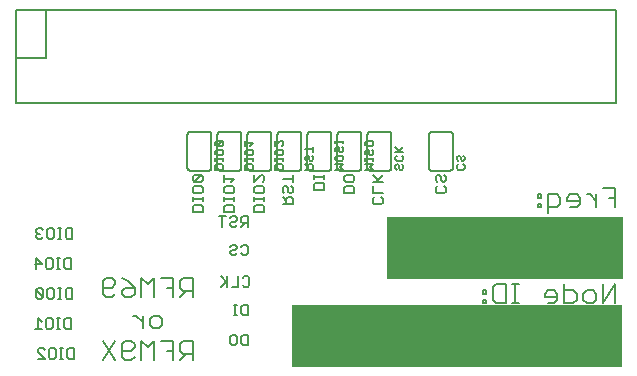
<source format=gbr>
G04 EAGLE Gerber RS-274X export*
G75*
%MOMM*%
%FSLAX34Y34*%
%LPD*%
%INSilkscreen Bottom*%
%IPPOS*%
%AMOC8*
5,1,8,0,0,1.08239X$1,22.5*%
G01*
%ADD10C,0.152400*%
%ADD11C,0.203200*%
%ADD12R,19.939000X5.207000*%
%ADD13R,27.940000X5.207000*%


D10*
X267208Y120142D02*
X267208Y128785D01*
X262886Y128785D01*
X261446Y127345D01*
X261446Y124464D01*
X262886Y123023D01*
X267208Y123023D01*
X264327Y123023D02*
X261446Y120142D01*
X253531Y128785D02*
X252091Y127345D01*
X253531Y128785D02*
X256412Y128785D01*
X257853Y127345D01*
X257853Y125904D01*
X256412Y124464D01*
X253531Y124464D01*
X252091Y123023D01*
X252091Y121583D01*
X253531Y120142D01*
X256412Y120142D01*
X257853Y121583D01*
X245617Y120142D02*
X245617Y128785D01*
X248498Y128785D02*
X242735Y128785D01*
X262886Y104655D02*
X261446Y103215D01*
X262886Y104655D02*
X265767Y104655D01*
X267208Y103215D01*
X267208Y97453D01*
X265767Y96012D01*
X262886Y96012D01*
X261446Y97453D01*
X253531Y104655D02*
X252091Y103215D01*
X253531Y104655D02*
X256412Y104655D01*
X257853Y103215D01*
X257853Y101774D01*
X256412Y100334D01*
X253531Y100334D01*
X252091Y98893D01*
X252091Y97453D01*
X253531Y96012D01*
X256412Y96012D01*
X257853Y97453D01*
X264156Y77985D02*
X262716Y76545D01*
X264156Y77985D02*
X267037Y77985D01*
X268478Y76545D01*
X268478Y70783D01*
X267037Y69342D01*
X264156Y69342D01*
X262716Y70783D01*
X259123Y69342D02*
X259123Y77985D01*
X259123Y69342D02*
X253361Y69342D01*
X249768Y69342D02*
X249768Y77985D01*
X249768Y72223D02*
X244005Y77985D01*
X248327Y73664D02*
X244005Y69342D01*
X267208Y53855D02*
X267208Y45212D01*
X262886Y45212D01*
X261446Y46653D01*
X261446Y52415D01*
X262886Y53855D01*
X267208Y53855D01*
X257853Y45212D02*
X254972Y45212D01*
X256412Y45212D02*
X256412Y53855D01*
X254972Y53855D02*
X257853Y53855D01*
X267208Y28455D02*
X267208Y19812D01*
X262886Y19812D01*
X261446Y21253D01*
X261446Y27015D01*
X262886Y28455D01*
X267208Y28455D01*
X256412Y28455D02*
X253531Y28455D01*
X256412Y28455D02*
X257853Y27015D01*
X257853Y21253D01*
X256412Y19812D01*
X253531Y19812D01*
X252091Y21253D01*
X252091Y27015D01*
X253531Y28455D01*
X119888Y17025D02*
X119888Y8382D01*
X115566Y8382D01*
X114126Y9823D01*
X114126Y15585D01*
X115566Y17025D01*
X119888Y17025D01*
X110533Y8382D02*
X107652Y8382D01*
X109092Y8382D02*
X109092Y17025D01*
X107652Y17025D02*
X110533Y17025D01*
X102855Y17025D02*
X99974Y17025D01*
X102855Y17025D02*
X104296Y15585D01*
X104296Y9823D01*
X102855Y8382D01*
X99974Y8382D01*
X98534Y9823D01*
X98534Y15585D01*
X99974Y17025D01*
X94941Y8382D02*
X89179Y8382D01*
X94941Y8382D02*
X89179Y14144D01*
X89179Y15585D01*
X90619Y17025D01*
X93500Y17025D01*
X94941Y15585D01*
X117348Y33782D02*
X117348Y42425D01*
X117348Y33782D02*
X113026Y33782D01*
X111586Y35223D01*
X111586Y40985D01*
X113026Y42425D01*
X117348Y42425D01*
X107993Y33782D02*
X105112Y33782D01*
X106552Y33782D02*
X106552Y42425D01*
X105112Y42425D02*
X107993Y42425D01*
X100315Y42425D02*
X97434Y42425D01*
X100315Y42425D02*
X101756Y40985D01*
X101756Y35223D01*
X100315Y33782D01*
X97434Y33782D01*
X95994Y35223D01*
X95994Y40985D01*
X97434Y42425D01*
X92401Y39544D02*
X89520Y42425D01*
X89520Y33782D01*
X92401Y33782D02*
X86639Y33782D01*
X118618Y59182D02*
X118618Y67825D01*
X118618Y59182D02*
X114296Y59182D01*
X112856Y60623D01*
X112856Y66385D01*
X114296Y67825D01*
X118618Y67825D01*
X109263Y59182D02*
X106382Y59182D01*
X107822Y59182D02*
X107822Y67825D01*
X106382Y67825D02*
X109263Y67825D01*
X101585Y67825D02*
X98704Y67825D01*
X101585Y67825D02*
X103026Y66385D01*
X103026Y60623D01*
X101585Y59182D01*
X98704Y59182D01*
X97264Y60623D01*
X97264Y66385D01*
X98704Y67825D01*
X93671Y66385D02*
X93671Y60623D01*
X93671Y66385D02*
X92230Y67825D01*
X89349Y67825D01*
X87909Y66385D01*
X87909Y60623D01*
X89349Y59182D01*
X92230Y59182D01*
X93671Y60623D01*
X87909Y66385D01*
X118618Y109982D02*
X118618Y118625D01*
X118618Y109982D02*
X114296Y109982D01*
X112856Y111423D01*
X112856Y117185D01*
X114296Y118625D01*
X118618Y118625D01*
X109263Y109982D02*
X106382Y109982D01*
X107822Y109982D02*
X107822Y118625D01*
X106382Y118625D02*
X109263Y118625D01*
X101585Y118625D02*
X98704Y118625D01*
X101585Y118625D02*
X103026Y117185D01*
X103026Y111423D01*
X101585Y109982D01*
X98704Y109982D01*
X97264Y111423D01*
X97264Y117185D01*
X98704Y118625D01*
X93671Y117185D02*
X92230Y118625D01*
X89349Y118625D01*
X87909Y117185D01*
X87909Y115744D01*
X89349Y114304D01*
X90790Y114304D01*
X89349Y114304D02*
X87909Y112863D01*
X87909Y111423D01*
X89349Y109982D01*
X92230Y109982D01*
X93671Y111423D01*
X117348Y93225D02*
X117348Y84582D01*
X113026Y84582D01*
X111586Y86023D01*
X111586Y91785D01*
X113026Y93225D01*
X117348Y93225D01*
X107993Y84582D02*
X105112Y84582D01*
X106552Y84582D02*
X106552Y93225D01*
X105112Y93225D02*
X107993Y93225D01*
X100315Y93225D02*
X97434Y93225D01*
X100315Y93225D02*
X101756Y91785D01*
X101756Y86023D01*
X100315Y84582D01*
X97434Y84582D01*
X95994Y86023D01*
X95994Y91785D01*
X97434Y93225D01*
X88079Y93225D02*
X88079Y84582D01*
X92401Y88904D02*
X88079Y93225D01*
X86639Y88904D02*
X92401Y88904D01*
D11*
X220253Y76467D02*
X220253Y60706D01*
X220253Y76467D02*
X212372Y76467D01*
X209745Y73841D01*
X209745Y68587D01*
X212372Y65960D01*
X220253Y65960D01*
X214999Y65960D02*
X209745Y60706D01*
X203881Y60706D02*
X203881Y76467D01*
X193374Y76467D01*
X198628Y68587D02*
X203881Y68587D01*
X187510Y76467D02*
X187510Y60706D01*
X182256Y71214D02*
X187510Y76467D01*
X182256Y71214D02*
X177002Y76467D01*
X177002Y60706D01*
X165884Y73841D02*
X160631Y76467D01*
X165884Y73841D02*
X171138Y68587D01*
X171138Y63333D01*
X168511Y60706D01*
X163258Y60706D01*
X160631Y63333D01*
X160631Y65960D01*
X163258Y68587D01*
X171138Y68587D01*
X154767Y63333D02*
X152140Y60706D01*
X146886Y60706D01*
X144259Y63333D01*
X144259Y73841D01*
X146886Y76467D01*
X152140Y76467D01*
X154767Y73841D01*
X154767Y71214D01*
X152140Y68587D01*
X144259Y68587D01*
X186451Y34036D02*
X191704Y34036D01*
X186451Y34036D02*
X183824Y36663D01*
X183824Y41917D01*
X186451Y44544D01*
X191704Y44544D01*
X194331Y41917D01*
X194331Y36663D01*
X191704Y34036D01*
X177960Y34036D02*
X177960Y44544D01*
X177960Y39290D02*
X172706Y44544D01*
X170079Y44544D01*
X220253Y23127D02*
X220253Y7366D01*
X220253Y23127D02*
X212372Y23127D01*
X209745Y20501D01*
X209745Y15247D01*
X212372Y12620D01*
X220253Y12620D01*
X214999Y12620D02*
X209745Y7366D01*
X203881Y7366D02*
X203881Y23127D01*
X193374Y23127D01*
X198628Y15247D02*
X203881Y15247D01*
X187510Y23127D02*
X187510Y7366D01*
X182256Y17874D02*
X187510Y23127D01*
X182256Y17874D02*
X177002Y23127D01*
X177002Y7366D01*
X171138Y9993D02*
X168511Y7366D01*
X163258Y7366D01*
X160631Y9993D01*
X160631Y20501D01*
X163258Y23127D01*
X168511Y23127D01*
X171138Y20501D01*
X171138Y17874D01*
X168511Y15247D01*
X160631Y15247D01*
X154767Y23127D02*
X144259Y7366D01*
X154767Y7366D02*
X144259Y23127D01*
D10*
X380075Y144829D02*
X381515Y143388D01*
X381515Y140507D01*
X380075Y139066D01*
X374313Y139066D01*
X372872Y140507D01*
X372872Y143388D01*
X374313Y144829D01*
X372872Y148422D02*
X381515Y148422D01*
X372872Y148422D02*
X372872Y154184D01*
X372872Y157777D02*
X381515Y157777D01*
X375753Y157777D02*
X381515Y163539D01*
X377194Y159217D02*
X372872Y163539D01*
X433415Y154184D02*
X434855Y152743D01*
X434855Y149862D01*
X433415Y148422D01*
X427653Y148422D01*
X426212Y149862D01*
X426212Y152743D01*
X427653Y154184D01*
X434855Y162099D02*
X433415Y163539D01*
X434855Y162099D02*
X434855Y159217D01*
X433415Y157777D01*
X431974Y157777D01*
X430534Y159217D01*
X430534Y162099D01*
X429093Y163539D01*
X427653Y163539D01*
X426212Y162099D01*
X426212Y159217D01*
X427653Y157777D01*
X305315Y139066D02*
X296672Y139066D01*
X305315Y139066D02*
X305315Y143388D01*
X303875Y144829D01*
X300994Y144829D01*
X299553Y143388D01*
X299553Y139066D01*
X299553Y141948D02*
X296672Y144829D01*
X305315Y152743D02*
X303875Y154184D01*
X305315Y152743D02*
X305315Y149862D01*
X303875Y148422D01*
X302434Y148422D01*
X300994Y149862D01*
X300994Y152743D01*
X299553Y154184D01*
X298113Y154184D01*
X296672Y152743D01*
X296672Y149862D01*
X298113Y148422D01*
X296672Y160658D02*
X305315Y160658D01*
X305315Y157777D02*
X305315Y163539D01*
X348742Y148422D02*
X357385Y148422D01*
X348742Y148422D02*
X348742Y152743D01*
X350183Y154184D01*
X355945Y154184D01*
X357385Y152743D01*
X357385Y148422D01*
X357385Y159217D02*
X357385Y162099D01*
X357385Y159217D02*
X355945Y157777D01*
X350183Y157777D01*
X348742Y159217D01*
X348742Y162099D01*
X350183Y163539D01*
X355945Y163539D01*
X357385Y162099D01*
X331985Y151540D02*
X323342Y151540D01*
X323342Y155862D01*
X324783Y157302D01*
X330545Y157302D01*
X331985Y155862D01*
X331985Y151540D01*
X323342Y160895D02*
X323342Y163776D01*
X323342Y162336D02*
X331985Y162336D01*
X331985Y163776D02*
X331985Y160895D01*
X255785Y132830D02*
X247142Y132830D01*
X247142Y137151D01*
X248583Y138592D01*
X254345Y138592D01*
X255785Y137151D01*
X255785Y132830D01*
X247142Y142185D02*
X247142Y145066D01*
X247142Y143625D02*
X255785Y143625D01*
X255785Y142185D02*
X255785Y145066D01*
X255785Y149862D02*
X255785Y152743D01*
X255785Y149862D02*
X254345Y148422D01*
X248583Y148422D01*
X247142Y149862D01*
X247142Y152743D01*
X248583Y154184D01*
X254345Y154184D01*
X255785Y152743D01*
X252904Y157777D02*
X255785Y160658D01*
X247142Y160658D01*
X247142Y157777D02*
X247142Y163539D01*
X272542Y132830D02*
X281185Y132830D01*
X272542Y132830D02*
X272542Y137151D01*
X273983Y138592D01*
X279745Y138592D01*
X281185Y137151D01*
X281185Y132830D01*
X272542Y142185D02*
X272542Y145066D01*
X272542Y143625D02*
X281185Y143625D01*
X281185Y142185D02*
X281185Y145066D01*
X281185Y149862D02*
X281185Y152743D01*
X281185Y149862D02*
X279745Y148422D01*
X273983Y148422D01*
X272542Y149862D01*
X272542Y152743D01*
X273983Y154184D01*
X279745Y154184D01*
X281185Y152743D01*
X272542Y157777D02*
X272542Y163539D01*
X272542Y157777D02*
X278304Y163539D01*
X279745Y163539D01*
X281185Y162098D01*
X281185Y159217D01*
X279745Y157777D01*
X229115Y132830D02*
X220472Y132830D01*
X220472Y137151D01*
X221913Y138592D01*
X227675Y138592D01*
X229115Y137151D01*
X229115Y132830D01*
X220472Y142185D02*
X220472Y145066D01*
X220472Y143625D02*
X229115Y143625D01*
X229115Y142185D02*
X229115Y145066D01*
X229115Y149862D02*
X229115Y152743D01*
X229115Y149862D02*
X227675Y148422D01*
X221913Y148422D01*
X220472Y149862D01*
X220472Y152743D01*
X221913Y154184D01*
X227675Y154184D01*
X229115Y152743D01*
X227675Y157777D02*
X221913Y157777D01*
X227675Y157777D02*
X229115Y159217D01*
X229115Y162098D01*
X227675Y163539D01*
X221913Y163539D01*
X220472Y162098D01*
X220472Y159217D01*
X221913Y157777D01*
X227675Y163539D01*
D11*
X578104Y152667D02*
X578104Y136906D01*
X578104Y152667D02*
X567596Y152667D01*
X572850Y144787D02*
X578104Y144787D01*
X561732Y147414D02*
X561732Y136906D01*
X561732Y142160D02*
X556479Y147414D01*
X553852Y147414D01*
X545463Y136906D02*
X540209Y136906D01*
X545463Y136906D02*
X548089Y139533D01*
X548089Y144787D01*
X545463Y147414D01*
X540209Y147414D01*
X537582Y144787D01*
X537582Y142160D01*
X548089Y142160D01*
X521210Y147414D02*
X521210Y131652D01*
X521210Y147414D02*
X529091Y147414D01*
X531718Y144787D01*
X531718Y139533D01*
X529091Y136906D01*
X521210Y136906D01*
X515346Y147414D02*
X512719Y147414D01*
X512719Y144787D01*
X515346Y144787D01*
X515346Y147414D01*
X515346Y139533D02*
X512719Y139533D01*
X512719Y136906D01*
X515346Y136906D01*
X515346Y139533D01*
X578104Y71387D02*
X578104Y55626D01*
X567596Y55626D02*
X578104Y71387D01*
X567596Y71387D02*
X567596Y55626D01*
X559106Y55626D02*
X553852Y55626D01*
X551225Y58253D01*
X551225Y63507D01*
X553852Y66134D01*
X559106Y66134D01*
X561732Y63507D01*
X561732Y58253D01*
X559106Y55626D01*
X534853Y55626D02*
X534853Y71387D01*
X534853Y55626D02*
X542734Y55626D01*
X545361Y58253D01*
X545361Y63507D01*
X542734Y66134D01*
X534853Y66134D01*
X526362Y55626D02*
X521109Y55626D01*
X526362Y55626D02*
X528989Y58253D01*
X528989Y63507D01*
X526362Y66134D01*
X521109Y66134D01*
X518482Y63507D01*
X518482Y60880D01*
X528989Y60880D01*
X496246Y55626D02*
X490992Y55626D01*
X493619Y55626D02*
X493619Y71387D01*
X496246Y71387D02*
X490992Y71387D01*
X485332Y71387D02*
X485332Y55626D01*
X477451Y55626D01*
X474824Y58253D01*
X474824Y68761D01*
X477451Y71387D01*
X485332Y71387D01*
X468960Y66134D02*
X466333Y66134D01*
X466333Y63507D01*
X468960Y63507D01*
X468960Y66134D01*
X468960Y58253D02*
X466333Y58253D01*
X466333Y55626D01*
X468960Y55626D01*
X468960Y58253D01*
D12*
X484505Y102235D03*
D13*
X444500Y27305D03*
D11*
X71120Y262890D02*
X71120Y303530D01*
X71120Y262890D02*
X71120Y224790D01*
X579120Y224790D01*
X579120Y303530D02*
X96520Y303530D01*
X71120Y303530D01*
X579120Y303530D02*
X579120Y224790D01*
X96520Y262890D02*
X71120Y262890D01*
X96520Y262890D02*
X96520Y303530D01*
X215900Y198120D02*
X215900Y170180D01*
X236220Y198120D02*
X236218Y198220D01*
X236212Y198319D01*
X236202Y198419D01*
X236189Y198517D01*
X236171Y198616D01*
X236150Y198713D01*
X236125Y198809D01*
X236096Y198905D01*
X236063Y198999D01*
X236027Y199092D01*
X235987Y199183D01*
X235943Y199273D01*
X235896Y199361D01*
X235846Y199447D01*
X235792Y199531D01*
X235735Y199613D01*
X235675Y199692D01*
X235611Y199770D01*
X235545Y199844D01*
X235476Y199916D01*
X235404Y199985D01*
X235330Y200051D01*
X235252Y200115D01*
X235173Y200175D01*
X235091Y200232D01*
X235007Y200286D01*
X234921Y200336D01*
X234833Y200383D01*
X234743Y200427D01*
X234652Y200467D01*
X234559Y200503D01*
X234465Y200536D01*
X234369Y200565D01*
X234273Y200590D01*
X234176Y200611D01*
X234077Y200629D01*
X233979Y200642D01*
X233879Y200652D01*
X233780Y200658D01*
X233680Y200660D01*
X236220Y170180D02*
X236218Y170080D01*
X236212Y169981D01*
X236202Y169881D01*
X236189Y169783D01*
X236171Y169684D01*
X236150Y169587D01*
X236125Y169491D01*
X236096Y169395D01*
X236063Y169301D01*
X236027Y169208D01*
X235987Y169117D01*
X235943Y169027D01*
X235896Y168939D01*
X235846Y168853D01*
X235792Y168769D01*
X235735Y168687D01*
X235675Y168608D01*
X235611Y168530D01*
X235545Y168456D01*
X235476Y168384D01*
X235404Y168315D01*
X235330Y168249D01*
X235252Y168185D01*
X235173Y168125D01*
X235091Y168068D01*
X235007Y168014D01*
X234921Y167964D01*
X234833Y167917D01*
X234743Y167873D01*
X234652Y167833D01*
X234559Y167797D01*
X234465Y167764D01*
X234369Y167735D01*
X234273Y167710D01*
X234176Y167689D01*
X234077Y167671D01*
X233979Y167658D01*
X233879Y167648D01*
X233780Y167642D01*
X233680Y167640D01*
X218440Y167640D02*
X218340Y167642D01*
X218241Y167648D01*
X218141Y167658D01*
X218043Y167671D01*
X217944Y167689D01*
X217847Y167710D01*
X217751Y167735D01*
X217655Y167764D01*
X217561Y167797D01*
X217468Y167833D01*
X217377Y167873D01*
X217287Y167917D01*
X217199Y167964D01*
X217113Y168014D01*
X217029Y168068D01*
X216947Y168125D01*
X216868Y168185D01*
X216790Y168249D01*
X216716Y168315D01*
X216644Y168384D01*
X216575Y168456D01*
X216509Y168530D01*
X216445Y168608D01*
X216385Y168687D01*
X216328Y168769D01*
X216274Y168853D01*
X216224Y168939D01*
X216177Y169027D01*
X216133Y169117D01*
X216093Y169208D01*
X216057Y169301D01*
X216024Y169395D01*
X215995Y169491D01*
X215970Y169587D01*
X215949Y169684D01*
X215931Y169783D01*
X215918Y169881D01*
X215908Y169981D01*
X215902Y170080D01*
X215900Y170180D01*
X215900Y198120D02*
X215902Y198220D01*
X215908Y198319D01*
X215918Y198419D01*
X215931Y198517D01*
X215949Y198616D01*
X215970Y198713D01*
X215995Y198809D01*
X216024Y198905D01*
X216057Y198999D01*
X216093Y199092D01*
X216133Y199183D01*
X216177Y199273D01*
X216224Y199361D01*
X216274Y199447D01*
X216328Y199531D01*
X216385Y199613D01*
X216445Y199692D01*
X216509Y199770D01*
X216575Y199844D01*
X216644Y199916D01*
X216716Y199985D01*
X216790Y200051D01*
X216868Y200115D01*
X216947Y200175D01*
X217029Y200232D01*
X217113Y200286D01*
X217199Y200336D01*
X217287Y200383D01*
X217377Y200427D01*
X217468Y200467D01*
X217561Y200503D01*
X217655Y200536D01*
X217751Y200565D01*
X217847Y200590D01*
X217944Y200611D01*
X218043Y200629D01*
X218141Y200642D01*
X218241Y200652D01*
X218340Y200658D01*
X218440Y200660D01*
X233680Y200660D01*
X233680Y167640D02*
X218440Y167640D01*
X236220Y170180D02*
X236220Y198120D01*
D10*
X239522Y168402D02*
X246132Y168402D01*
X239522Y168402D02*
X239522Y171707D01*
X240624Y172808D01*
X245030Y172808D01*
X246132Y171707D01*
X246132Y168402D01*
X239522Y175886D02*
X239522Y178089D01*
X239522Y176988D02*
X246132Y176988D01*
X246132Y178089D02*
X246132Y175886D01*
X246132Y181977D02*
X246132Y184180D01*
X246132Y181977D02*
X245030Y180876D01*
X240624Y180876D01*
X239522Y181977D01*
X239522Y184180D01*
X240624Y185282D01*
X245030Y185282D01*
X246132Y184180D01*
X245030Y188360D02*
X240624Y188360D01*
X245030Y188360D02*
X246132Y189461D01*
X246132Y191665D01*
X245030Y192766D01*
X240624Y192766D01*
X239522Y191665D01*
X239522Y189461D01*
X240624Y188360D01*
X245030Y192766D01*
D11*
X292100Y198120D02*
X292100Y170180D01*
X312420Y198120D02*
X312418Y198220D01*
X312412Y198319D01*
X312402Y198419D01*
X312389Y198517D01*
X312371Y198616D01*
X312350Y198713D01*
X312325Y198809D01*
X312296Y198905D01*
X312263Y198999D01*
X312227Y199092D01*
X312187Y199183D01*
X312143Y199273D01*
X312096Y199361D01*
X312046Y199447D01*
X311992Y199531D01*
X311935Y199613D01*
X311875Y199692D01*
X311811Y199770D01*
X311745Y199844D01*
X311676Y199916D01*
X311604Y199985D01*
X311530Y200051D01*
X311452Y200115D01*
X311373Y200175D01*
X311291Y200232D01*
X311207Y200286D01*
X311121Y200336D01*
X311033Y200383D01*
X310943Y200427D01*
X310852Y200467D01*
X310759Y200503D01*
X310665Y200536D01*
X310569Y200565D01*
X310473Y200590D01*
X310376Y200611D01*
X310277Y200629D01*
X310179Y200642D01*
X310079Y200652D01*
X309980Y200658D01*
X309880Y200660D01*
X312420Y170180D02*
X312418Y170080D01*
X312412Y169981D01*
X312402Y169881D01*
X312389Y169783D01*
X312371Y169684D01*
X312350Y169587D01*
X312325Y169491D01*
X312296Y169395D01*
X312263Y169301D01*
X312227Y169208D01*
X312187Y169117D01*
X312143Y169027D01*
X312096Y168939D01*
X312046Y168853D01*
X311992Y168769D01*
X311935Y168687D01*
X311875Y168608D01*
X311811Y168530D01*
X311745Y168456D01*
X311676Y168384D01*
X311604Y168315D01*
X311530Y168249D01*
X311452Y168185D01*
X311373Y168125D01*
X311291Y168068D01*
X311207Y168014D01*
X311121Y167964D01*
X311033Y167917D01*
X310943Y167873D01*
X310852Y167833D01*
X310759Y167797D01*
X310665Y167764D01*
X310569Y167735D01*
X310473Y167710D01*
X310376Y167689D01*
X310277Y167671D01*
X310179Y167658D01*
X310079Y167648D01*
X309980Y167642D01*
X309880Y167640D01*
X294640Y167640D02*
X294540Y167642D01*
X294441Y167648D01*
X294341Y167658D01*
X294243Y167671D01*
X294144Y167689D01*
X294047Y167710D01*
X293951Y167735D01*
X293855Y167764D01*
X293761Y167797D01*
X293668Y167833D01*
X293577Y167873D01*
X293487Y167917D01*
X293399Y167964D01*
X293313Y168014D01*
X293229Y168068D01*
X293147Y168125D01*
X293068Y168185D01*
X292990Y168249D01*
X292916Y168315D01*
X292844Y168384D01*
X292775Y168456D01*
X292709Y168530D01*
X292645Y168608D01*
X292585Y168687D01*
X292528Y168769D01*
X292474Y168853D01*
X292424Y168939D01*
X292377Y169027D01*
X292333Y169117D01*
X292293Y169208D01*
X292257Y169301D01*
X292224Y169395D01*
X292195Y169491D01*
X292170Y169587D01*
X292149Y169684D01*
X292131Y169783D01*
X292118Y169881D01*
X292108Y169981D01*
X292102Y170080D01*
X292100Y170180D01*
X292100Y198120D02*
X292102Y198220D01*
X292108Y198319D01*
X292118Y198419D01*
X292131Y198517D01*
X292149Y198616D01*
X292170Y198713D01*
X292195Y198809D01*
X292224Y198905D01*
X292257Y198999D01*
X292293Y199092D01*
X292333Y199183D01*
X292377Y199273D01*
X292424Y199361D01*
X292474Y199447D01*
X292528Y199531D01*
X292585Y199613D01*
X292645Y199692D01*
X292709Y199770D01*
X292775Y199844D01*
X292844Y199916D01*
X292916Y199985D01*
X292990Y200051D01*
X293068Y200115D01*
X293147Y200175D01*
X293229Y200232D01*
X293313Y200286D01*
X293399Y200336D01*
X293487Y200383D01*
X293577Y200427D01*
X293668Y200467D01*
X293761Y200503D01*
X293855Y200536D01*
X293951Y200565D01*
X294047Y200590D01*
X294144Y200611D01*
X294243Y200629D01*
X294341Y200642D01*
X294441Y200652D01*
X294540Y200658D01*
X294640Y200660D01*
X309880Y200660D01*
X309880Y167640D02*
X294640Y167640D01*
X312420Y170180D02*
X312420Y198120D01*
D10*
X315722Y168402D02*
X322332Y168402D01*
X322332Y171707D01*
X321230Y172808D01*
X319027Y172808D01*
X317925Y171707D01*
X317925Y168402D01*
X317925Y170605D02*
X315722Y172808D01*
X322332Y179191D02*
X321230Y180293D01*
X322332Y179191D02*
X322332Y176988D01*
X321230Y175886D01*
X320128Y175886D01*
X319027Y176988D01*
X319027Y179191D01*
X317925Y180293D01*
X316824Y180293D01*
X315722Y179191D01*
X315722Y176988D01*
X316824Y175886D01*
X315722Y185574D02*
X322332Y185574D01*
X322332Y187777D02*
X322332Y183370D01*
D11*
X317500Y170180D02*
X317500Y198120D01*
X335280Y200660D02*
X335380Y200658D01*
X335479Y200652D01*
X335579Y200642D01*
X335677Y200629D01*
X335776Y200611D01*
X335873Y200590D01*
X335969Y200565D01*
X336065Y200536D01*
X336159Y200503D01*
X336252Y200467D01*
X336343Y200427D01*
X336433Y200383D01*
X336521Y200336D01*
X336607Y200286D01*
X336691Y200232D01*
X336773Y200175D01*
X336852Y200115D01*
X336930Y200051D01*
X337004Y199985D01*
X337076Y199916D01*
X337145Y199844D01*
X337211Y199770D01*
X337275Y199692D01*
X337335Y199613D01*
X337392Y199531D01*
X337446Y199447D01*
X337496Y199361D01*
X337543Y199273D01*
X337587Y199183D01*
X337627Y199092D01*
X337663Y198999D01*
X337696Y198905D01*
X337725Y198809D01*
X337750Y198713D01*
X337771Y198616D01*
X337789Y198517D01*
X337802Y198419D01*
X337812Y198319D01*
X337818Y198220D01*
X337820Y198120D01*
X337820Y170180D02*
X337818Y170080D01*
X337812Y169981D01*
X337802Y169881D01*
X337789Y169783D01*
X337771Y169684D01*
X337750Y169587D01*
X337725Y169491D01*
X337696Y169395D01*
X337663Y169301D01*
X337627Y169208D01*
X337587Y169117D01*
X337543Y169027D01*
X337496Y168939D01*
X337446Y168853D01*
X337392Y168769D01*
X337335Y168687D01*
X337275Y168608D01*
X337211Y168530D01*
X337145Y168456D01*
X337076Y168384D01*
X337004Y168315D01*
X336930Y168249D01*
X336852Y168185D01*
X336773Y168125D01*
X336691Y168068D01*
X336607Y168014D01*
X336521Y167964D01*
X336433Y167917D01*
X336343Y167873D01*
X336252Y167833D01*
X336159Y167797D01*
X336065Y167764D01*
X335969Y167735D01*
X335873Y167710D01*
X335776Y167689D01*
X335677Y167671D01*
X335579Y167658D01*
X335479Y167648D01*
X335380Y167642D01*
X335280Y167640D01*
X320040Y167640D02*
X319940Y167642D01*
X319841Y167648D01*
X319741Y167658D01*
X319643Y167671D01*
X319544Y167689D01*
X319447Y167710D01*
X319351Y167735D01*
X319255Y167764D01*
X319161Y167797D01*
X319068Y167833D01*
X318977Y167873D01*
X318887Y167917D01*
X318799Y167964D01*
X318713Y168014D01*
X318629Y168068D01*
X318547Y168125D01*
X318468Y168185D01*
X318390Y168249D01*
X318316Y168315D01*
X318244Y168384D01*
X318175Y168456D01*
X318109Y168530D01*
X318045Y168608D01*
X317985Y168687D01*
X317928Y168769D01*
X317874Y168853D01*
X317824Y168939D01*
X317777Y169027D01*
X317733Y169117D01*
X317693Y169208D01*
X317657Y169301D01*
X317624Y169395D01*
X317595Y169491D01*
X317570Y169587D01*
X317549Y169684D01*
X317531Y169783D01*
X317518Y169881D01*
X317508Y169981D01*
X317502Y170080D01*
X317500Y170180D01*
X317500Y198120D02*
X317502Y198220D01*
X317508Y198319D01*
X317518Y198419D01*
X317531Y198517D01*
X317549Y198616D01*
X317570Y198713D01*
X317595Y198809D01*
X317624Y198905D01*
X317657Y198999D01*
X317693Y199092D01*
X317733Y199183D01*
X317777Y199273D01*
X317824Y199361D01*
X317874Y199447D01*
X317928Y199531D01*
X317985Y199613D01*
X318045Y199692D01*
X318109Y199770D01*
X318175Y199844D01*
X318244Y199916D01*
X318316Y199985D01*
X318390Y200051D01*
X318468Y200115D01*
X318547Y200175D01*
X318629Y200232D01*
X318713Y200286D01*
X318799Y200336D01*
X318887Y200383D01*
X318977Y200427D01*
X319068Y200467D01*
X319161Y200503D01*
X319255Y200536D01*
X319351Y200565D01*
X319447Y200590D01*
X319544Y200611D01*
X319643Y200629D01*
X319741Y200642D01*
X319841Y200652D01*
X319940Y200658D01*
X320040Y200660D01*
X335280Y200660D01*
X335280Y167640D02*
X320040Y167640D01*
X337820Y170180D02*
X337820Y198120D01*
D10*
X341122Y168402D02*
X347732Y168402D01*
X345528Y170605D01*
X347732Y172808D01*
X341122Y172808D01*
X347732Y176988D02*
X347732Y179191D01*
X347732Y176988D02*
X346630Y175886D01*
X342224Y175886D01*
X341122Y176988D01*
X341122Y179191D01*
X342224Y180293D01*
X346630Y180293D01*
X347732Y179191D01*
X347732Y186675D02*
X346630Y187777D01*
X347732Y186675D02*
X347732Y184472D01*
X346630Y183370D01*
X345528Y183370D01*
X344427Y184472D01*
X344427Y186675D01*
X343325Y187777D01*
X342224Y187777D01*
X341122Y186675D01*
X341122Y184472D01*
X342224Y183370D01*
X341122Y190854D02*
X341122Y193058D01*
X341122Y191956D02*
X347732Y191956D01*
X347732Y190854D02*
X347732Y193058D01*
D11*
X342900Y198120D02*
X342900Y170180D01*
X363220Y198120D02*
X363218Y198220D01*
X363212Y198319D01*
X363202Y198419D01*
X363189Y198517D01*
X363171Y198616D01*
X363150Y198713D01*
X363125Y198809D01*
X363096Y198905D01*
X363063Y198999D01*
X363027Y199092D01*
X362987Y199183D01*
X362943Y199273D01*
X362896Y199361D01*
X362846Y199447D01*
X362792Y199531D01*
X362735Y199613D01*
X362675Y199692D01*
X362611Y199770D01*
X362545Y199844D01*
X362476Y199916D01*
X362404Y199985D01*
X362330Y200051D01*
X362252Y200115D01*
X362173Y200175D01*
X362091Y200232D01*
X362007Y200286D01*
X361921Y200336D01*
X361833Y200383D01*
X361743Y200427D01*
X361652Y200467D01*
X361559Y200503D01*
X361465Y200536D01*
X361369Y200565D01*
X361273Y200590D01*
X361176Y200611D01*
X361077Y200629D01*
X360979Y200642D01*
X360879Y200652D01*
X360780Y200658D01*
X360680Y200660D01*
X363220Y170180D02*
X363218Y170080D01*
X363212Y169981D01*
X363202Y169881D01*
X363189Y169783D01*
X363171Y169684D01*
X363150Y169587D01*
X363125Y169491D01*
X363096Y169395D01*
X363063Y169301D01*
X363027Y169208D01*
X362987Y169117D01*
X362943Y169027D01*
X362896Y168939D01*
X362846Y168853D01*
X362792Y168769D01*
X362735Y168687D01*
X362675Y168608D01*
X362611Y168530D01*
X362545Y168456D01*
X362476Y168384D01*
X362404Y168315D01*
X362330Y168249D01*
X362252Y168185D01*
X362173Y168125D01*
X362091Y168068D01*
X362007Y168014D01*
X361921Y167964D01*
X361833Y167917D01*
X361743Y167873D01*
X361652Y167833D01*
X361559Y167797D01*
X361465Y167764D01*
X361369Y167735D01*
X361273Y167710D01*
X361176Y167689D01*
X361077Y167671D01*
X360979Y167658D01*
X360879Y167648D01*
X360780Y167642D01*
X360680Y167640D01*
X345440Y167640D02*
X345340Y167642D01*
X345241Y167648D01*
X345141Y167658D01*
X345043Y167671D01*
X344944Y167689D01*
X344847Y167710D01*
X344751Y167735D01*
X344655Y167764D01*
X344561Y167797D01*
X344468Y167833D01*
X344377Y167873D01*
X344287Y167917D01*
X344199Y167964D01*
X344113Y168014D01*
X344029Y168068D01*
X343947Y168125D01*
X343868Y168185D01*
X343790Y168249D01*
X343716Y168315D01*
X343644Y168384D01*
X343575Y168456D01*
X343509Y168530D01*
X343445Y168608D01*
X343385Y168687D01*
X343328Y168769D01*
X343274Y168853D01*
X343224Y168939D01*
X343177Y169027D01*
X343133Y169117D01*
X343093Y169208D01*
X343057Y169301D01*
X343024Y169395D01*
X342995Y169491D01*
X342970Y169587D01*
X342949Y169684D01*
X342931Y169783D01*
X342918Y169881D01*
X342908Y169981D01*
X342902Y170080D01*
X342900Y170180D01*
X342900Y198120D02*
X342902Y198220D01*
X342908Y198319D01*
X342918Y198419D01*
X342931Y198517D01*
X342949Y198616D01*
X342970Y198713D01*
X342995Y198809D01*
X343024Y198905D01*
X343057Y198999D01*
X343093Y199092D01*
X343133Y199183D01*
X343177Y199273D01*
X343224Y199361D01*
X343274Y199447D01*
X343328Y199531D01*
X343385Y199613D01*
X343445Y199692D01*
X343509Y199770D01*
X343575Y199844D01*
X343644Y199916D01*
X343716Y199985D01*
X343790Y200051D01*
X343868Y200115D01*
X343947Y200175D01*
X344029Y200232D01*
X344113Y200286D01*
X344199Y200336D01*
X344287Y200383D01*
X344377Y200427D01*
X344468Y200467D01*
X344561Y200503D01*
X344655Y200536D01*
X344751Y200565D01*
X344847Y200590D01*
X344944Y200611D01*
X345043Y200629D01*
X345141Y200642D01*
X345241Y200652D01*
X345340Y200658D01*
X345440Y200660D01*
X360680Y200660D01*
X360680Y167640D02*
X345440Y167640D01*
X363220Y170180D02*
X363220Y198120D01*
D10*
X366522Y168402D02*
X373132Y168402D01*
X370928Y170605D01*
X373132Y172808D01*
X366522Y172808D01*
X366522Y175886D02*
X366522Y178089D01*
X366522Y176988D02*
X373132Y176988D01*
X373132Y178089D02*
X373132Y175886D01*
X373132Y184180D02*
X372030Y185282D01*
X373132Y184180D02*
X373132Y181977D01*
X372030Y180876D01*
X370928Y180876D01*
X369827Y181977D01*
X369827Y184180D01*
X368725Y185282D01*
X367624Y185282D01*
X366522Y184180D01*
X366522Y181977D01*
X367624Y180876D01*
X373132Y189461D02*
X373132Y191665D01*
X373132Y189461D02*
X372030Y188360D01*
X367624Y188360D01*
X366522Y189461D01*
X366522Y191665D01*
X367624Y192766D01*
X372030Y192766D01*
X373132Y191665D01*
D11*
X368300Y198120D02*
X368300Y170180D01*
X388620Y198120D02*
X388618Y198220D01*
X388612Y198319D01*
X388602Y198419D01*
X388589Y198517D01*
X388571Y198616D01*
X388550Y198713D01*
X388525Y198809D01*
X388496Y198905D01*
X388463Y198999D01*
X388427Y199092D01*
X388387Y199183D01*
X388343Y199273D01*
X388296Y199361D01*
X388246Y199447D01*
X388192Y199531D01*
X388135Y199613D01*
X388075Y199692D01*
X388011Y199770D01*
X387945Y199844D01*
X387876Y199916D01*
X387804Y199985D01*
X387730Y200051D01*
X387652Y200115D01*
X387573Y200175D01*
X387491Y200232D01*
X387407Y200286D01*
X387321Y200336D01*
X387233Y200383D01*
X387143Y200427D01*
X387052Y200467D01*
X386959Y200503D01*
X386865Y200536D01*
X386769Y200565D01*
X386673Y200590D01*
X386576Y200611D01*
X386477Y200629D01*
X386379Y200642D01*
X386279Y200652D01*
X386180Y200658D01*
X386080Y200660D01*
X388620Y170180D02*
X388618Y170080D01*
X388612Y169981D01*
X388602Y169881D01*
X388589Y169783D01*
X388571Y169684D01*
X388550Y169587D01*
X388525Y169491D01*
X388496Y169395D01*
X388463Y169301D01*
X388427Y169208D01*
X388387Y169117D01*
X388343Y169027D01*
X388296Y168939D01*
X388246Y168853D01*
X388192Y168769D01*
X388135Y168687D01*
X388075Y168608D01*
X388011Y168530D01*
X387945Y168456D01*
X387876Y168384D01*
X387804Y168315D01*
X387730Y168249D01*
X387652Y168185D01*
X387573Y168125D01*
X387491Y168068D01*
X387407Y168014D01*
X387321Y167964D01*
X387233Y167917D01*
X387143Y167873D01*
X387052Y167833D01*
X386959Y167797D01*
X386865Y167764D01*
X386769Y167735D01*
X386673Y167710D01*
X386576Y167689D01*
X386477Y167671D01*
X386379Y167658D01*
X386279Y167648D01*
X386180Y167642D01*
X386080Y167640D01*
X370840Y167640D02*
X370740Y167642D01*
X370641Y167648D01*
X370541Y167658D01*
X370443Y167671D01*
X370344Y167689D01*
X370247Y167710D01*
X370151Y167735D01*
X370055Y167764D01*
X369961Y167797D01*
X369868Y167833D01*
X369777Y167873D01*
X369687Y167917D01*
X369599Y167964D01*
X369513Y168014D01*
X369429Y168068D01*
X369347Y168125D01*
X369268Y168185D01*
X369190Y168249D01*
X369116Y168315D01*
X369044Y168384D01*
X368975Y168456D01*
X368909Y168530D01*
X368845Y168608D01*
X368785Y168687D01*
X368728Y168769D01*
X368674Y168853D01*
X368624Y168939D01*
X368577Y169027D01*
X368533Y169117D01*
X368493Y169208D01*
X368457Y169301D01*
X368424Y169395D01*
X368395Y169491D01*
X368370Y169587D01*
X368349Y169684D01*
X368331Y169783D01*
X368318Y169881D01*
X368308Y169981D01*
X368302Y170080D01*
X368300Y170180D01*
X368300Y198120D02*
X368302Y198220D01*
X368308Y198319D01*
X368318Y198419D01*
X368331Y198517D01*
X368349Y198616D01*
X368370Y198713D01*
X368395Y198809D01*
X368424Y198905D01*
X368457Y198999D01*
X368493Y199092D01*
X368533Y199183D01*
X368577Y199273D01*
X368624Y199361D01*
X368674Y199447D01*
X368728Y199531D01*
X368785Y199613D01*
X368845Y199692D01*
X368909Y199770D01*
X368975Y199844D01*
X369044Y199916D01*
X369116Y199985D01*
X369190Y200051D01*
X369268Y200115D01*
X369347Y200175D01*
X369429Y200232D01*
X369513Y200286D01*
X369599Y200336D01*
X369687Y200383D01*
X369777Y200427D01*
X369868Y200467D01*
X369961Y200503D01*
X370055Y200536D01*
X370151Y200565D01*
X370247Y200590D01*
X370344Y200611D01*
X370443Y200629D01*
X370541Y200642D01*
X370641Y200652D01*
X370740Y200658D01*
X370840Y200660D01*
X386080Y200660D01*
X386080Y167640D02*
X370840Y167640D01*
X388620Y170180D02*
X388620Y198120D01*
D10*
X397430Y172808D02*
X398532Y171707D01*
X398532Y169504D01*
X397430Y168402D01*
X396328Y168402D01*
X395227Y169504D01*
X395227Y171707D01*
X394125Y172808D01*
X393024Y172808D01*
X391922Y171707D01*
X391922Y169504D01*
X393024Y168402D01*
X398532Y179191D02*
X397430Y180293D01*
X398532Y179191D02*
X398532Y176988D01*
X397430Y175886D01*
X393024Y175886D01*
X391922Y176988D01*
X391922Y179191D01*
X393024Y180293D01*
X391922Y183370D02*
X398532Y183370D01*
X394125Y183370D02*
X398532Y187777D01*
X395227Y184472D02*
X391922Y187777D01*
D11*
X241300Y198120D02*
X241300Y170180D01*
X261620Y198120D02*
X261618Y198220D01*
X261612Y198319D01*
X261602Y198419D01*
X261589Y198517D01*
X261571Y198616D01*
X261550Y198713D01*
X261525Y198809D01*
X261496Y198905D01*
X261463Y198999D01*
X261427Y199092D01*
X261387Y199183D01*
X261343Y199273D01*
X261296Y199361D01*
X261246Y199447D01*
X261192Y199531D01*
X261135Y199613D01*
X261075Y199692D01*
X261011Y199770D01*
X260945Y199844D01*
X260876Y199916D01*
X260804Y199985D01*
X260730Y200051D01*
X260652Y200115D01*
X260573Y200175D01*
X260491Y200232D01*
X260407Y200286D01*
X260321Y200336D01*
X260233Y200383D01*
X260143Y200427D01*
X260052Y200467D01*
X259959Y200503D01*
X259865Y200536D01*
X259769Y200565D01*
X259673Y200590D01*
X259576Y200611D01*
X259477Y200629D01*
X259379Y200642D01*
X259279Y200652D01*
X259180Y200658D01*
X259080Y200660D01*
X261620Y170180D02*
X261618Y170080D01*
X261612Y169981D01*
X261602Y169881D01*
X261589Y169783D01*
X261571Y169684D01*
X261550Y169587D01*
X261525Y169491D01*
X261496Y169395D01*
X261463Y169301D01*
X261427Y169208D01*
X261387Y169117D01*
X261343Y169027D01*
X261296Y168939D01*
X261246Y168853D01*
X261192Y168769D01*
X261135Y168687D01*
X261075Y168608D01*
X261011Y168530D01*
X260945Y168456D01*
X260876Y168384D01*
X260804Y168315D01*
X260730Y168249D01*
X260652Y168185D01*
X260573Y168125D01*
X260491Y168068D01*
X260407Y168014D01*
X260321Y167964D01*
X260233Y167917D01*
X260143Y167873D01*
X260052Y167833D01*
X259959Y167797D01*
X259865Y167764D01*
X259769Y167735D01*
X259673Y167710D01*
X259576Y167689D01*
X259477Y167671D01*
X259379Y167658D01*
X259279Y167648D01*
X259180Y167642D01*
X259080Y167640D01*
X243840Y167640D02*
X243740Y167642D01*
X243641Y167648D01*
X243541Y167658D01*
X243443Y167671D01*
X243344Y167689D01*
X243247Y167710D01*
X243151Y167735D01*
X243055Y167764D01*
X242961Y167797D01*
X242868Y167833D01*
X242777Y167873D01*
X242687Y167917D01*
X242599Y167964D01*
X242513Y168014D01*
X242429Y168068D01*
X242347Y168125D01*
X242268Y168185D01*
X242190Y168249D01*
X242116Y168315D01*
X242044Y168384D01*
X241975Y168456D01*
X241909Y168530D01*
X241845Y168608D01*
X241785Y168687D01*
X241728Y168769D01*
X241674Y168853D01*
X241624Y168939D01*
X241577Y169027D01*
X241533Y169117D01*
X241493Y169208D01*
X241457Y169301D01*
X241424Y169395D01*
X241395Y169491D01*
X241370Y169587D01*
X241349Y169684D01*
X241331Y169783D01*
X241318Y169881D01*
X241308Y169981D01*
X241302Y170080D01*
X241300Y170180D01*
X241300Y198120D02*
X241302Y198220D01*
X241308Y198319D01*
X241318Y198419D01*
X241331Y198517D01*
X241349Y198616D01*
X241370Y198713D01*
X241395Y198809D01*
X241424Y198905D01*
X241457Y198999D01*
X241493Y199092D01*
X241533Y199183D01*
X241577Y199273D01*
X241624Y199361D01*
X241674Y199447D01*
X241728Y199531D01*
X241785Y199613D01*
X241845Y199692D01*
X241909Y199770D01*
X241975Y199844D01*
X242044Y199916D01*
X242116Y199985D01*
X242190Y200051D01*
X242268Y200115D01*
X242347Y200175D01*
X242429Y200232D01*
X242513Y200286D01*
X242599Y200336D01*
X242687Y200383D01*
X242777Y200427D01*
X242868Y200467D01*
X242961Y200503D01*
X243055Y200536D01*
X243151Y200565D01*
X243247Y200590D01*
X243344Y200611D01*
X243443Y200629D01*
X243541Y200642D01*
X243641Y200652D01*
X243740Y200658D01*
X243840Y200660D01*
X259080Y200660D01*
X259080Y167640D02*
X243840Y167640D01*
X261620Y170180D02*
X261620Y198120D01*
D10*
X264922Y168402D02*
X271532Y168402D01*
X264922Y168402D02*
X264922Y171707D01*
X266024Y172808D01*
X270430Y172808D01*
X271532Y171707D01*
X271532Y168402D01*
X264922Y175886D02*
X264922Y178089D01*
X264922Y176988D02*
X271532Y176988D01*
X271532Y178089D02*
X271532Y175886D01*
X271532Y181977D02*
X271532Y184180D01*
X271532Y181977D02*
X270430Y180876D01*
X266024Y180876D01*
X264922Y181977D01*
X264922Y184180D01*
X266024Y185282D01*
X270430Y185282D01*
X271532Y184180D01*
X269328Y188360D02*
X271532Y190563D01*
X264922Y190563D01*
X264922Y188360D02*
X264922Y192766D01*
D11*
X266700Y198120D02*
X266700Y170180D01*
X287020Y198120D02*
X287018Y198220D01*
X287012Y198319D01*
X287002Y198419D01*
X286989Y198517D01*
X286971Y198616D01*
X286950Y198713D01*
X286925Y198809D01*
X286896Y198905D01*
X286863Y198999D01*
X286827Y199092D01*
X286787Y199183D01*
X286743Y199273D01*
X286696Y199361D01*
X286646Y199447D01*
X286592Y199531D01*
X286535Y199613D01*
X286475Y199692D01*
X286411Y199770D01*
X286345Y199844D01*
X286276Y199916D01*
X286204Y199985D01*
X286130Y200051D01*
X286052Y200115D01*
X285973Y200175D01*
X285891Y200232D01*
X285807Y200286D01*
X285721Y200336D01*
X285633Y200383D01*
X285543Y200427D01*
X285452Y200467D01*
X285359Y200503D01*
X285265Y200536D01*
X285169Y200565D01*
X285073Y200590D01*
X284976Y200611D01*
X284877Y200629D01*
X284779Y200642D01*
X284679Y200652D01*
X284580Y200658D01*
X284480Y200660D01*
X287020Y170180D02*
X287018Y170080D01*
X287012Y169981D01*
X287002Y169881D01*
X286989Y169783D01*
X286971Y169684D01*
X286950Y169587D01*
X286925Y169491D01*
X286896Y169395D01*
X286863Y169301D01*
X286827Y169208D01*
X286787Y169117D01*
X286743Y169027D01*
X286696Y168939D01*
X286646Y168853D01*
X286592Y168769D01*
X286535Y168687D01*
X286475Y168608D01*
X286411Y168530D01*
X286345Y168456D01*
X286276Y168384D01*
X286204Y168315D01*
X286130Y168249D01*
X286052Y168185D01*
X285973Y168125D01*
X285891Y168068D01*
X285807Y168014D01*
X285721Y167964D01*
X285633Y167917D01*
X285543Y167873D01*
X285452Y167833D01*
X285359Y167797D01*
X285265Y167764D01*
X285169Y167735D01*
X285073Y167710D01*
X284976Y167689D01*
X284877Y167671D01*
X284779Y167658D01*
X284679Y167648D01*
X284580Y167642D01*
X284480Y167640D01*
X269240Y167640D02*
X269140Y167642D01*
X269041Y167648D01*
X268941Y167658D01*
X268843Y167671D01*
X268744Y167689D01*
X268647Y167710D01*
X268551Y167735D01*
X268455Y167764D01*
X268361Y167797D01*
X268268Y167833D01*
X268177Y167873D01*
X268087Y167917D01*
X267999Y167964D01*
X267913Y168014D01*
X267829Y168068D01*
X267747Y168125D01*
X267668Y168185D01*
X267590Y168249D01*
X267516Y168315D01*
X267444Y168384D01*
X267375Y168456D01*
X267309Y168530D01*
X267245Y168608D01*
X267185Y168687D01*
X267128Y168769D01*
X267074Y168853D01*
X267024Y168939D01*
X266977Y169027D01*
X266933Y169117D01*
X266893Y169208D01*
X266857Y169301D01*
X266824Y169395D01*
X266795Y169491D01*
X266770Y169587D01*
X266749Y169684D01*
X266731Y169783D01*
X266718Y169881D01*
X266708Y169981D01*
X266702Y170080D01*
X266700Y170180D01*
X266700Y198120D02*
X266702Y198220D01*
X266708Y198319D01*
X266718Y198419D01*
X266731Y198517D01*
X266749Y198616D01*
X266770Y198713D01*
X266795Y198809D01*
X266824Y198905D01*
X266857Y198999D01*
X266893Y199092D01*
X266933Y199183D01*
X266977Y199273D01*
X267024Y199361D01*
X267074Y199447D01*
X267128Y199531D01*
X267185Y199613D01*
X267245Y199692D01*
X267309Y199770D01*
X267375Y199844D01*
X267444Y199916D01*
X267516Y199985D01*
X267590Y200051D01*
X267668Y200115D01*
X267747Y200175D01*
X267829Y200232D01*
X267913Y200286D01*
X267999Y200336D01*
X268087Y200383D01*
X268177Y200427D01*
X268268Y200467D01*
X268361Y200503D01*
X268455Y200536D01*
X268551Y200565D01*
X268647Y200590D01*
X268744Y200611D01*
X268843Y200629D01*
X268941Y200642D01*
X269041Y200652D01*
X269140Y200658D01*
X269240Y200660D01*
X284480Y200660D01*
X284480Y167640D02*
X269240Y167640D01*
X287020Y170180D02*
X287020Y198120D01*
D10*
X290322Y168402D02*
X296932Y168402D01*
X290322Y168402D02*
X290322Y171707D01*
X291424Y172808D01*
X295830Y172808D01*
X296932Y171707D01*
X296932Y168402D01*
X290322Y175886D02*
X290322Y178089D01*
X290322Y176988D02*
X296932Y176988D01*
X296932Y178089D02*
X296932Y175886D01*
X296932Y181977D02*
X296932Y184180D01*
X296932Y181977D02*
X295830Y180876D01*
X291424Y180876D01*
X290322Y181977D01*
X290322Y184180D01*
X291424Y185282D01*
X295830Y185282D01*
X296932Y184180D01*
X290322Y188360D02*
X290322Y192766D01*
X290322Y188360D02*
X294728Y192766D01*
X295830Y192766D01*
X296932Y191665D01*
X296932Y189461D01*
X295830Y188360D01*
D11*
X420370Y198120D02*
X420370Y170180D01*
X440690Y198120D02*
X440688Y198220D01*
X440682Y198319D01*
X440672Y198419D01*
X440659Y198517D01*
X440641Y198616D01*
X440620Y198713D01*
X440595Y198809D01*
X440566Y198905D01*
X440533Y198999D01*
X440497Y199092D01*
X440457Y199183D01*
X440413Y199273D01*
X440366Y199361D01*
X440316Y199447D01*
X440262Y199531D01*
X440205Y199613D01*
X440145Y199692D01*
X440081Y199770D01*
X440015Y199844D01*
X439946Y199916D01*
X439874Y199985D01*
X439800Y200051D01*
X439722Y200115D01*
X439643Y200175D01*
X439561Y200232D01*
X439477Y200286D01*
X439391Y200336D01*
X439303Y200383D01*
X439213Y200427D01*
X439122Y200467D01*
X439029Y200503D01*
X438935Y200536D01*
X438839Y200565D01*
X438743Y200590D01*
X438646Y200611D01*
X438547Y200629D01*
X438449Y200642D01*
X438349Y200652D01*
X438250Y200658D01*
X438150Y200660D01*
X440690Y170180D02*
X440688Y170080D01*
X440682Y169981D01*
X440672Y169881D01*
X440659Y169783D01*
X440641Y169684D01*
X440620Y169587D01*
X440595Y169491D01*
X440566Y169395D01*
X440533Y169301D01*
X440497Y169208D01*
X440457Y169117D01*
X440413Y169027D01*
X440366Y168939D01*
X440316Y168853D01*
X440262Y168769D01*
X440205Y168687D01*
X440145Y168608D01*
X440081Y168530D01*
X440015Y168456D01*
X439946Y168384D01*
X439874Y168315D01*
X439800Y168249D01*
X439722Y168185D01*
X439643Y168125D01*
X439561Y168068D01*
X439477Y168014D01*
X439391Y167964D01*
X439303Y167917D01*
X439213Y167873D01*
X439122Y167833D01*
X439029Y167797D01*
X438935Y167764D01*
X438839Y167735D01*
X438743Y167710D01*
X438646Y167689D01*
X438547Y167671D01*
X438449Y167658D01*
X438349Y167648D01*
X438250Y167642D01*
X438150Y167640D01*
X422910Y167640D02*
X422810Y167642D01*
X422711Y167648D01*
X422611Y167658D01*
X422513Y167671D01*
X422414Y167689D01*
X422317Y167710D01*
X422221Y167735D01*
X422125Y167764D01*
X422031Y167797D01*
X421938Y167833D01*
X421847Y167873D01*
X421757Y167917D01*
X421669Y167964D01*
X421583Y168014D01*
X421499Y168068D01*
X421417Y168125D01*
X421338Y168185D01*
X421260Y168249D01*
X421186Y168315D01*
X421114Y168384D01*
X421045Y168456D01*
X420979Y168530D01*
X420915Y168608D01*
X420855Y168687D01*
X420798Y168769D01*
X420744Y168853D01*
X420694Y168939D01*
X420647Y169027D01*
X420603Y169117D01*
X420563Y169208D01*
X420527Y169301D01*
X420494Y169395D01*
X420465Y169491D01*
X420440Y169587D01*
X420419Y169684D01*
X420401Y169783D01*
X420388Y169881D01*
X420378Y169981D01*
X420372Y170080D01*
X420370Y170180D01*
X420370Y198120D02*
X420372Y198220D01*
X420378Y198319D01*
X420388Y198419D01*
X420401Y198517D01*
X420419Y198616D01*
X420440Y198713D01*
X420465Y198809D01*
X420494Y198905D01*
X420527Y198999D01*
X420563Y199092D01*
X420603Y199183D01*
X420647Y199273D01*
X420694Y199361D01*
X420744Y199447D01*
X420798Y199531D01*
X420855Y199613D01*
X420915Y199692D01*
X420979Y199770D01*
X421045Y199844D01*
X421114Y199916D01*
X421186Y199985D01*
X421260Y200051D01*
X421338Y200115D01*
X421417Y200175D01*
X421499Y200232D01*
X421583Y200286D01*
X421669Y200336D01*
X421757Y200383D01*
X421847Y200427D01*
X421938Y200467D01*
X422031Y200503D01*
X422125Y200536D01*
X422221Y200565D01*
X422317Y200590D01*
X422414Y200611D01*
X422513Y200629D01*
X422611Y200642D01*
X422711Y200652D01*
X422810Y200658D01*
X422910Y200660D01*
X438150Y200660D01*
X438150Y167640D02*
X422910Y167640D01*
X440690Y170180D02*
X440690Y198120D01*
D10*
X449500Y172808D02*
X450602Y171707D01*
X450602Y169504D01*
X449500Y168402D01*
X445094Y168402D01*
X443992Y169504D01*
X443992Y171707D01*
X445094Y172808D01*
X450602Y179191D02*
X449500Y180293D01*
X450602Y179191D02*
X450602Y176988D01*
X449500Y175886D01*
X448398Y175886D01*
X447297Y176988D01*
X447297Y179191D01*
X446195Y180293D01*
X445094Y180293D01*
X443992Y179191D01*
X443992Y176988D01*
X445094Y175886D01*
M02*

</source>
